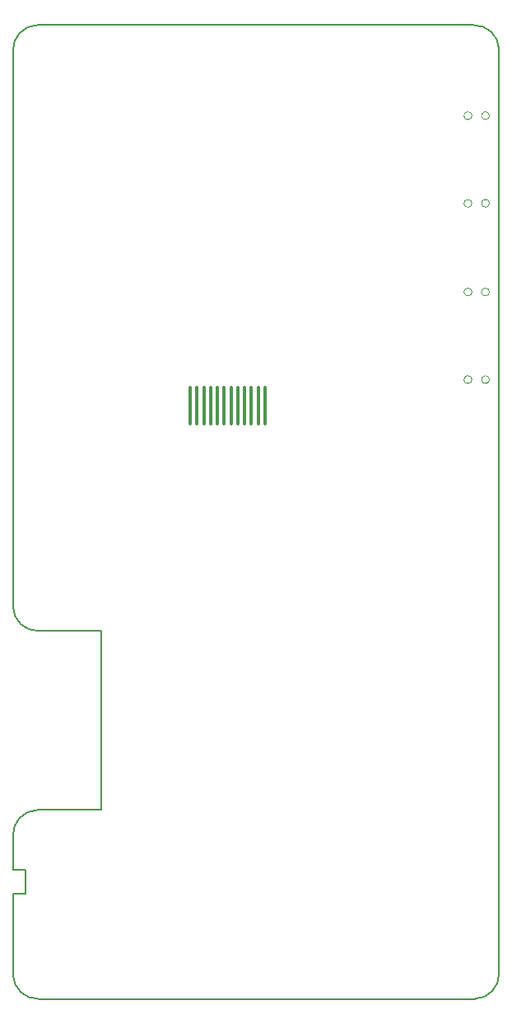
<source format=gbp>
%TF.GenerationSoftware,KiCad,Pcbnew,6.0.6-3a73a75311~116~ubuntu20.04.1*%
%TF.CreationDate,2022-08-17T13:19:53+08:00*%
%TF.ProjectId,Maple_Eye_Alef_V12,4d61706c-655f-4457-9965-5f416c65665f,rev?*%
%TF.SameCoordinates,Original*%
%TF.FileFunction,Paste,Bot*%
%TF.FilePolarity,Positive*%
%FSLAX46Y46*%
G04 Gerber Fmt 4.6, Leading zero omitted, Abs format (unit mm)*
G04 Created by KiCad (PCBNEW 6.0.6-3a73a75311~116~ubuntu20.04.1) date 2022-08-17 13:19:53*
%MOMM*%
%LPD*%
G01*
G04 APERTURE LIST*
G04 Aperture macros list*
%AMRoundRect*
0 Rectangle with rounded corners*
0 $1 Rounding radius*
0 $2 $3 $4 $5 $6 $7 $8 $9 X,Y pos of 4 corners*
0 Add a 4 corners polygon primitive as box body*
4,1,4,$2,$3,$4,$5,$6,$7,$8,$9,$2,$3,0*
0 Add four circle primitives for the rounded corners*
1,1,$1+$1,$2,$3*
1,1,$1+$1,$4,$5*
1,1,$1+$1,$6,$7*
1,1,$1+$1,$8,$9*
0 Add four rect primitives between the rounded corners*
20,1,$1+$1,$2,$3,$4,$5,0*
20,1,$1+$1,$4,$5,$6,$7,0*
20,1,$1+$1,$6,$7,$8,$9,0*
20,1,$1+$1,$8,$9,$2,$3,0*%
G04 Aperture macros list end*
%TA.AperFunction,Profile*%
%ADD10C,0.150000*%
%TD*%
%TA.AperFunction,Profile*%
%ADD11C,0.100000*%
%TD*%
%ADD12RoundRect,0.100000X0.100000X-1.900000X0.100000X1.900000X-0.100000X1.900000X-0.100000X-1.900000X0*%
G04 APERTURE END LIST*
D10*
X217516861Y-150099994D02*
G75*
G03*
X219999992Y-147476295I-70261J2553394D01*
G01*
X172477803Y-50100089D02*
G75*
G03*
X169999990Y-52730310I76197J-2554011D01*
G01*
X172488739Y-130703189D02*
G75*
G03*
X169999990Y-133326905I67461J-2556211D01*
G01*
X171331992Y-136824593D02*
X171331992Y-139262993D01*
X169999995Y-147606600D02*
G75*
G03*
X172627800Y-150100005I2560605J67200D01*
G01*
X170000006Y-109815661D02*
G75*
G03*
X172628105Y-112313593I2562994J65061D01*
G01*
X219999992Y-147476295D02*
X219999992Y-52579731D01*
X179078992Y-112313593D02*
X179078992Y-130703193D01*
X179078992Y-112313593D02*
X172628105Y-112313593D01*
X220000000Y-52579731D02*
G75*
G03*
X217374090Y-50100001I-2552800J-73069D01*
G01*
X171331992Y-139262993D02*
X169999990Y-139262993D01*
X172477800Y-50100001D02*
X217374090Y-50100001D01*
X172627800Y-150100005D02*
X217516861Y-150100005D01*
X169999990Y-147606600D02*
X169999990Y-139262993D01*
X179078992Y-130703193D02*
X172488739Y-130703193D01*
X169999990Y-109815661D02*
X169999990Y-52730310D01*
X169999990Y-136824593D02*
X169999990Y-133326905D01*
X169999990Y-136824593D02*
X171331992Y-136824593D01*
D11*
%TO.C,MENU1*%
X218560203Y-77101985D02*
G75*
G03*
X218575051Y-77100779I40322J-404435D01*
G01*
X216760203Y-77101985D02*
G75*
G03*
X216775051Y-77100779I40322J-404435D01*
G01*
%TO.C,DOWN1*%
X216760203Y-68001985D02*
G75*
G03*
X216775051Y-68000779I40322J-404435D01*
G01*
X218560203Y-68001985D02*
G75*
G03*
X218575051Y-68000779I40322J-404435D01*
G01*
%TO.C,UP1*%
X218560203Y-59001985D02*
G75*
G03*
X218575051Y-59000779I40322J-404435D01*
G01*
X216760203Y-59001985D02*
G75*
G03*
X216775051Y-59000779I40322J-404435D01*
G01*
%TO.C,PLAY1*%
X216760203Y-86101985D02*
G75*
G03*
X216775051Y-86100779I40322J-404435D01*
G01*
X218560203Y-86101985D02*
G75*
G03*
X218575051Y-86100779I40322J-404435D01*
G01*
%TD*%
D12*
%TO.C,J6*%
X188234800Y-89149000D03*
X188934800Y-89149000D03*
X189634800Y-89149000D03*
X190334800Y-89149000D03*
X191034800Y-89149000D03*
X191734800Y-89149000D03*
X192434800Y-89149000D03*
X193134800Y-89149000D03*
X193834800Y-89149000D03*
X194534800Y-89149000D03*
X195234800Y-89149000D03*
X195934800Y-89149000D03*
%TD*%
M02*

</source>
